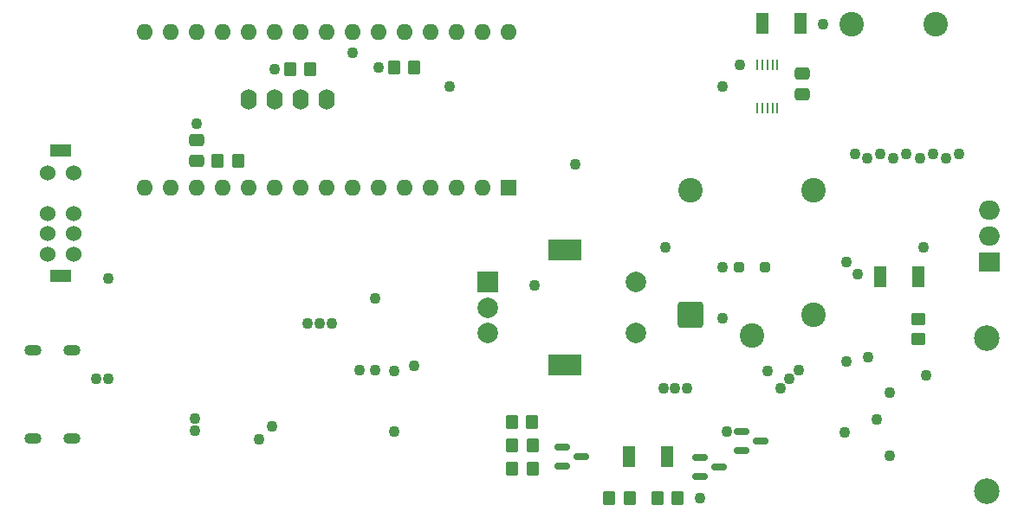
<source format=gts>
G04 #@! TF.GenerationSoftware,KiCad,Pcbnew,8.0.3*
G04 #@! TF.CreationDate,2024-06-12T20:13:02+02:00*
G04 #@! TF.ProjectId,Li Ion Doctor,4c692049-6f6e-4204-946f-63746f722e6b,1*
G04 #@! TF.SameCoordinates,Original*
G04 #@! TF.FileFunction,Soldermask,Top*
G04 #@! TF.FilePolarity,Negative*
%FSLAX46Y46*%
G04 Gerber Fmt 4.6, Leading zero omitted, Abs format (unit mm)*
G04 Created by KiCad (PCBNEW 8.0.3) date 2024-06-12 20:13:02*
%MOMM*%
%LPD*%
G01*
G04 APERTURE LIST*
G04 Aperture macros list*
%AMRoundRect*
0 Rectangle with rounded corners*
0 $1 Rounding radius*
0 $2 $3 $4 $5 $6 $7 $8 $9 X,Y pos of 4 corners*
0 Add a 4 corners polygon primitive as box body*
4,1,4,$2,$3,$4,$5,$6,$7,$8,$9,$2,$3,0*
0 Add four circle primitives for the rounded corners*
1,1,$1+$1,$2,$3*
1,1,$1+$1,$4,$5*
1,1,$1+$1,$6,$7*
1,1,$1+$1,$8,$9*
0 Add four rect primitives between the rounded corners*
20,1,$1+$1,$2,$3,$4,$5,0*
20,1,$1+$1,$4,$5,$6,$7,0*
20,1,$1+$1,$6,$7,$8,$9,0*
20,1,$1+$1,$8,$9,$2,$3,0*%
G04 Aperture macros list end*
%ADD10RoundRect,0.250000X-0.250000X-0.250000X0.250000X-0.250000X0.250000X0.250000X-0.250000X0.250000X0*%
%ADD11RoundRect,0.150000X-0.587500X-0.150000X0.587500X-0.150000X0.587500X0.150000X-0.587500X0.150000X0*%
%ADD12R,1.250000X2.000000*%
%ADD13RoundRect,0.250000X-0.350000X-0.450000X0.350000X-0.450000X0.350000X0.450000X-0.350000X0.450000X0*%
%ADD14C,2.400000*%
%ADD15RoundRect,0.250000X-0.450000X0.350000X-0.450000X-0.350000X0.450000X-0.350000X0.450000X0.350000X0*%
%ADD16R,2.000000X2.000000*%
%ADD17C,2.000000*%
%ADD18R,3.200000X2.000000*%
%ADD19RoundRect,0.250000X0.350000X0.450000X-0.350000X0.450000X-0.350000X-0.450000X0.350000X-0.450000X0*%
%ADD20R,0.250000X1.100000*%
%ADD21O,1.600000X2.000000*%
%ADD22C,1.524000*%
%ADD23R,2.032000X1.270000*%
%ADD24RoundRect,0.250000X0.475000X-0.337500X0.475000X0.337500X-0.475000X0.337500X-0.475000X-0.337500X0*%
%ADD25RoundRect,0.250000X-0.475000X0.337500X-0.475000X-0.337500X0.475000X-0.337500X0.475000X0.337500X0*%
%ADD26C,2.500000*%
%ADD27RoundRect,0.250000X-1.000000X-1.000000X1.000000X-1.000000X1.000000X1.000000X-1.000000X1.000000X0*%
%ADD28R,2.000000X1.905000*%
%ADD29O,2.000000X1.905000*%
%ADD30R,1.600000X1.600000*%
%ADD31O,1.600000X1.600000*%
%ADD32O,1.700000X1.100000*%
%ADD33C,1.100000*%
G04 APERTURE END LIST*
D10*
X165930000Y-109890000D03*
X168430000Y-109890000D03*
D11*
X166143300Y-125912800D03*
X166143300Y-127812800D03*
X168018300Y-126862800D03*
D12*
X155124300Y-128386800D03*
X158874300Y-128386800D03*
D13*
X153206700Y-132511800D03*
X155206700Y-132511800D03*
D11*
X148607300Y-127472400D03*
X148607300Y-129372400D03*
X150482300Y-128422400D03*
D13*
X157899100Y-132486400D03*
X159899100Y-132486400D03*
X143732500Y-127279400D03*
X145732500Y-127279400D03*
D11*
X162079300Y-128452800D03*
X162079300Y-130352800D03*
X163954300Y-129402800D03*
D13*
X114925600Y-99466400D03*
X116925600Y-99466400D03*
D14*
X185140600Y-86106000D03*
D15*
X183438800Y-114916200D03*
X183438800Y-116916200D03*
D16*
X141351000Y-111306600D03*
D17*
X141351000Y-116306600D03*
X141351000Y-113806600D03*
D18*
X148851000Y-108206600D03*
X148851000Y-119406600D03*
D17*
X155851000Y-116306600D03*
X155851000Y-111306600D03*
D19*
X145675100Y-125023800D03*
X143675100Y-125023800D03*
D12*
X168148000Y-86004400D03*
X171898000Y-86004400D03*
D14*
X176911000Y-86106000D03*
D20*
X169656000Y-90022700D03*
X169156000Y-90022700D03*
X168656000Y-90022700D03*
X168156000Y-90022700D03*
X167656000Y-90022700D03*
X167656000Y-94322700D03*
X168156000Y-94322700D03*
X168656000Y-94322700D03*
X169156000Y-94322700D03*
X169656000Y-94322700D03*
D13*
X143732500Y-129565400D03*
X145732500Y-129565400D03*
D21*
X117957600Y-93434600D03*
X120497600Y-93434600D03*
X123037600Y-93434600D03*
X125577600Y-93434600D03*
D19*
X134156200Y-90347800D03*
X132156200Y-90347800D03*
D22*
X100836100Y-108596700D03*
X100836100Y-106596700D03*
X100836100Y-104596700D03*
X100836100Y-100596700D03*
X98336100Y-108596700D03*
X98336100Y-106596700D03*
X98336100Y-104596700D03*
X98336100Y-100596700D03*
D23*
X99586100Y-98446700D03*
X99586100Y-110746700D03*
D24*
X172085000Y-92956200D03*
X172085000Y-90881200D03*
D13*
X122000000Y-90500000D03*
X124000000Y-90500000D03*
D25*
X112877600Y-97383600D03*
X112877600Y-99458600D03*
D12*
X179658800Y-110820200D03*
X183408800Y-110820200D03*
D26*
X190068200Y-116782200D03*
X190068200Y-131782200D03*
D14*
X167188400Y-116562000D03*
X173188400Y-102362000D03*
X161188400Y-102362000D03*
D27*
X161188400Y-114562000D03*
D14*
X173188400Y-114562000D03*
D28*
X190398400Y-109397800D03*
D29*
X190398400Y-106857800D03*
X190398400Y-104317800D03*
D30*
X143383000Y-102082600D03*
D31*
X140843000Y-102082600D03*
X138303000Y-102082600D03*
X135763000Y-102082600D03*
X133223000Y-102082600D03*
X130683000Y-102082600D03*
X128143000Y-102082600D03*
X125603000Y-102082600D03*
X123063000Y-102082600D03*
X120523000Y-102082600D03*
X117983000Y-102082600D03*
X115443000Y-102082600D03*
X112903000Y-102082600D03*
X110363000Y-102082600D03*
X107823000Y-102082600D03*
X107823000Y-86842600D03*
X110363000Y-86842600D03*
X112903000Y-86842600D03*
X115443000Y-86842600D03*
X117983000Y-86842600D03*
X120523000Y-86842600D03*
X123063000Y-86842600D03*
X125603000Y-86842600D03*
X128143000Y-86842600D03*
X130683000Y-86842600D03*
X133223000Y-86842600D03*
X135763000Y-86842600D03*
X138303000Y-86842600D03*
X140843000Y-86842600D03*
X143383000Y-86842600D03*
D32*
X96907200Y-126602400D03*
X100707200Y-126602400D03*
X96907200Y-117962400D03*
X100707200Y-117962400D03*
D33*
X149860000Y-99822000D03*
X132207000Y-119989600D03*
X132207000Y-125958600D03*
X164731700Y-125938200D03*
X184200800Y-120472200D03*
X120243600Y-125476000D03*
X128778000Y-119964200D03*
X168656000Y-120040400D03*
X158699200Y-107899200D03*
X130710000Y-90340000D03*
X128140000Y-88870000D03*
X164312600Y-92193050D03*
X164312600Y-114858800D03*
X126078400Y-115390000D03*
X120500000Y-90500000D03*
X103040000Y-120760000D03*
X124920000Y-115390000D03*
X134112000Y-119507000D03*
X112699800Y-125857000D03*
X112690000Y-124690000D03*
X123750000Y-115390000D03*
X137591800Y-92176600D03*
X176199800Y-126009400D03*
X104216200Y-120751600D03*
X164309800Y-109890000D03*
X158490000Y-121690000D03*
X159660000Y-121690000D03*
X170820000Y-120820000D03*
X171710000Y-119920000D03*
X169930000Y-121710000D03*
X160820100Y-121691400D03*
X183890000Y-107950000D03*
X145872200Y-111683800D03*
X104279700Y-110985300D03*
X112877600Y-95783400D03*
X162064700Y-132491400D03*
X174142400Y-86055200D03*
X182219600Y-98810000D03*
X183550000Y-99230000D03*
X178430000Y-99240000D03*
X187370000Y-98810000D03*
X186120000Y-99240000D03*
X180950000Y-99230000D03*
X179679600Y-98810000D03*
X177200000Y-98810000D03*
X184886600Y-98810000D03*
X130352800Y-112903000D03*
X119030000Y-126740000D03*
X130352800Y-119964200D03*
X176428400Y-109397800D03*
X165989000Y-90017600D03*
X176428400Y-119100600D03*
X177469800Y-110566200D03*
X178485800Y-118694200D03*
X180644800Y-128346200D03*
X180644800Y-122123200D03*
X179374800Y-124790200D03*
M02*

</source>
